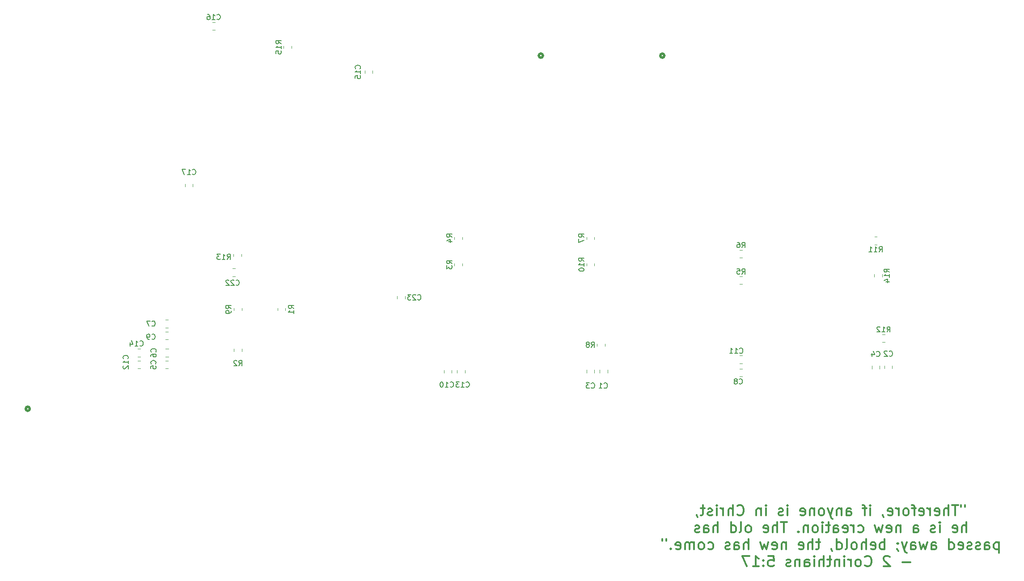
<source format=gbr>
%TF.GenerationSoftware,KiCad,Pcbnew,(6.0.0)*%
%TF.CreationDate,2024-03-23T23:35:02-05:00*%
%TF.ProjectId,MCD,4d43442e-6b69-4636-9164-5f7063625858,rev?*%
%TF.SameCoordinates,Original*%
%TF.FileFunction,Legend,Bot*%
%TF.FilePolarity,Positive*%
%FSLAX46Y46*%
G04 Gerber Fmt 4.6, Leading zero omitted, Abs format (unit mm)*
G04 Created by KiCad (PCBNEW (6.0.0)) date 2024-03-23 23:35:02*
%MOMM*%
%LPD*%
G01*
G04 APERTURE LIST*
%ADD10C,0.300000*%
%ADD11C,0.150000*%
%ADD12C,0.508000*%
%ADD13C,0.120000*%
G04 APERTURE END LIST*
D10*
X286940476Y-171574761D02*
X286940476Y-171955714D01*
X286178571Y-171574761D02*
X286178571Y-171955714D01*
X285607142Y-171574761D02*
X284464285Y-171574761D01*
X285035714Y-173574761D02*
X285035714Y-171574761D01*
X283797619Y-173574761D02*
X283797619Y-171574761D01*
X282940476Y-173574761D02*
X282940476Y-172527142D01*
X283035714Y-172336666D01*
X283226190Y-172241428D01*
X283511904Y-172241428D01*
X283702380Y-172336666D01*
X283797619Y-172431904D01*
X281226190Y-173479523D02*
X281416666Y-173574761D01*
X281797619Y-173574761D01*
X281988095Y-173479523D01*
X282083333Y-173289047D01*
X282083333Y-172527142D01*
X281988095Y-172336666D01*
X281797619Y-172241428D01*
X281416666Y-172241428D01*
X281226190Y-172336666D01*
X281130952Y-172527142D01*
X281130952Y-172717619D01*
X282083333Y-172908095D01*
X280273809Y-173574761D02*
X280273809Y-172241428D01*
X280273809Y-172622380D02*
X280178571Y-172431904D01*
X280083333Y-172336666D01*
X279892857Y-172241428D01*
X279702380Y-172241428D01*
X278273809Y-173479523D02*
X278464285Y-173574761D01*
X278845238Y-173574761D01*
X279035714Y-173479523D01*
X279130952Y-173289047D01*
X279130952Y-172527142D01*
X279035714Y-172336666D01*
X278845238Y-172241428D01*
X278464285Y-172241428D01*
X278273809Y-172336666D01*
X278178571Y-172527142D01*
X278178571Y-172717619D01*
X279130952Y-172908095D01*
X277607142Y-172241428D02*
X276845238Y-172241428D01*
X277321428Y-173574761D02*
X277321428Y-171860476D01*
X277226190Y-171670000D01*
X277035714Y-171574761D01*
X276845238Y-171574761D01*
X275892857Y-173574761D02*
X276083333Y-173479523D01*
X276178571Y-173384285D01*
X276273809Y-173193809D01*
X276273809Y-172622380D01*
X276178571Y-172431904D01*
X276083333Y-172336666D01*
X275892857Y-172241428D01*
X275607142Y-172241428D01*
X275416666Y-172336666D01*
X275321428Y-172431904D01*
X275226190Y-172622380D01*
X275226190Y-173193809D01*
X275321428Y-173384285D01*
X275416666Y-173479523D01*
X275607142Y-173574761D01*
X275892857Y-173574761D01*
X274369047Y-173574761D02*
X274369047Y-172241428D01*
X274369047Y-172622380D02*
X274273809Y-172431904D01*
X274178571Y-172336666D01*
X273988095Y-172241428D01*
X273797619Y-172241428D01*
X272369047Y-173479523D02*
X272559523Y-173574761D01*
X272940476Y-173574761D01*
X273130952Y-173479523D01*
X273226190Y-173289047D01*
X273226190Y-172527142D01*
X273130952Y-172336666D01*
X272940476Y-172241428D01*
X272559523Y-172241428D01*
X272369047Y-172336666D01*
X272273809Y-172527142D01*
X272273809Y-172717619D01*
X273226190Y-172908095D01*
X271321428Y-173479523D02*
X271321428Y-173574761D01*
X271416666Y-173765238D01*
X271511904Y-173860476D01*
X268940476Y-173574761D02*
X268940476Y-172241428D01*
X268940476Y-171574761D02*
X269035714Y-171670000D01*
X268940476Y-171765238D01*
X268845238Y-171670000D01*
X268940476Y-171574761D01*
X268940476Y-171765238D01*
X268273809Y-172241428D02*
X267511904Y-172241428D01*
X267988095Y-173574761D02*
X267988095Y-171860476D01*
X267892857Y-171670000D01*
X267702380Y-171574761D01*
X267511904Y-171574761D01*
X264464285Y-173574761D02*
X264464285Y-172527142D01*
X264559523Y-172336666D01*
X264750000Y-172241428D01*
X265130952Y-172241428D01*
X265321428Y-172336666D01*
X264464285Y-173479523D02*
X264654761Y-173574761D01*
X265130952Y-173574761D01*
X265321428Y-173479523D01*
X265416666Y-173289047D01*
X265416666Y-173098571D01*
X265321428Y-172908095D01*
X265130952Y-172812857D01*
X264654761Y-172812857D01*
X264464285Y-172717619D01*
X263511904Y-172241428D02*
X263511904Y-173574761D01*
X263511904Y-172431904D02*
X263416666Y-172336666D01*
X263226190Y-172241428D01*
X262940476Y-172241428D01*
X262750000Y-172336666D01*
X262654761Y-172527142D01*
X262654761Y-173574761D01*
X261892857Y-172241428D02*
X261416666Y-173574761D01*
X260940476Y-172241428D02*
X261416666Y-173574761D01*
X261607142Y-174050952D01*
X261702380Y-174146190D01*
X261892857Y-174241428D01*
X259892857Y-173574761D02*
X260083333Y-173479523D01*
X260178571Y-173384285D01*
X260273809Y-173193809D01*
X260273809Y-172622380D01*
X260178571Y-172431904D01*
X260083333Y-172336666D01*
X259892857Y-172241428D01*
X259607142Y-172241428D01*
X259416666Y-172336666D01*
X259321428Y-172431904D01*
X259226190Y-172622380D01*
X259226190Y-173193809D01*
X259321428Y-173384285D01*
X259416666Y-173479523D01*
X259607142Y-173574761D01*
X259892857Y-173574761D01*
X258369047Y-172241428D02*
X258369047Y-173574761D01*
X258369047Y-172431904D02*
X258273809Y-172336666D01*
X258083333Y-172241428D01*
X257797619Y-172241428D01*
X257607142Y-172336666D01*
X257511904Y-172527142D01*
X257511904Y-173574761D01*
X255797619Y-173479523D02*
X255988095Y-173574761D01*
X256369047Y-173574761D01*
X256559523Y-173479523D01*
X256654761Y-173289047D01*
X256654761Y-172527142D01*
X256559523Y-172336666D01*
X256369047Y-172241428D01*
X255988095Y-172241428D01*
X255797619Y-172336666D01*
X255702380Y-172527142D01*
X255702380Y-172717619D01*
X256654761Y-172908095D01*
X253321428Y-173574761D02*
X253321428Y-172241428D01*
X253321428Y-171574761D02*
X253416666Y-171670000D01*
X253321428Y-171765238D01*
X253226190Y-171670000D01*
X253321428Y-171574761D01*
X253321428Y-171765238D01*
X252464285Y-173479523D02*
X252273809Y-173574761D01*
X251892857Y-173574761D01*
X251702380Y-173479523D01*
X251607142Y-173289047D01*
X251607142Y-173193809D01*
X251702380Y-173003333D01*
X251892857Y-172908095D01*
X252178571Y-172908095D01*
X252369047Y-172812857D01*
X252464285Y-172622380D01*
X252464285Y-172527142D01*
X252369047Y-172336666D01*
X252178571Y-172241428D01*
X251892857Y-172241428D01*
X251702380Y-172336666D01*
X249226190Y-173574761D02*
X249226190Y-172241428D01*
X249226190Y-171574761D02*
X249321428Y-171670000D01*
X249226190Y-171765238D01*
X249130952Y-171670000D01*
X249226190Y-171574761D01*
X249226190Y-171765238D01*
X248273809Y-172241428D02*
X248273809Y-173574761D01*
X248273809Y-172431904D02*
X248178571Y-172336666D01*
X247988095Y-172241428D01*
X247702380Y-172241428D01*
X247511904Y-172336666D01*
X247416666Y-172527142D01*
X247416666Y-173574761D01*
X243797619Y-173384285D02*
X243892857Y-173479523D01*
X244178571Y-173574761D01*
X244369047Y-173574761D01*
X244654761Y-173479523D01*
X244845238Y-173289047D01*
X244940476Y-173098571D01*
X245035714Y-172717619D01*
X245035714Y-172431904D01*
X244940476Y-172050952D01*
X244845238Y-171860476D01*
X244654761Y-171670000D01*
X244369047Y-171574761D01*
X244178571Y-171574761D01*
X243892857Y-171670000D01*
X243797619Y-171765238D01*
X242940476Y-173574761D02*
X242940476Y-171574761D01*
X242083333Y-173574761D02*
X242083333Y-172527142D01*
X242178571Y-172336666D01*
X242369047Y-172241428D01*
X242654761Y-172241428D01*
X242845238Y-172336666D01*
X242940476Y-172431904D01*
X241130952Y-173574761D02*
X241130952Y-172241428D01*
X241130952Y-172622380D02*
X241035714Y-172431904D01*
X240940476Y-172336666D01*
X240750000Y-172241428D01*
X240559523Y-172241428D01*
X239892857Y-173574761D02*
X239892857Y-172241428D01*
X239892857Y-171574761D02*
X239988095Y-171670000D01*
X239892857Y-171765238D01*
X239797619Y-171670000D01*
X239892857Y-171574761D01*
X239892857Y-171765238D01*
X239035714Y-173479523D02*
X238845238Y-173574761D01*
X238464285Y-173574761D01*
X238273809Y-173479523D01*
X238178571Y-173289047D01*
X238178571Y-173193809D01*
X238273809Y-173003333D01*
X238464285Y-172908095D01*
X238750000Y-172908095D01*
X238940476Y-172812857D01*
X239035714Y-172622380D01*
X239035714Y-172527142D01*
X238940476Y-172336666D01*
X238750000Y-172241428D01*
X238464285Y-172241428D01*
X238273809Y-172336666D01*
X237607142Y-172241428D02*
X236845238Y-172241428D01*
X237321428Y-171574761D02*
X237321428Y-173289047D01*
X237226190Y-173479523D01*
X237035714Y-173574761D01*
X236845238Y-173574761D01*
X236083333Y-173479523D02*
X236083333Y-173574761D01*
X236178571Y-173765238D01*
X236273809Y-173860476D01*
X287178571Y-176794761D02*
X287178571Y-174794761D01*
X286321428Y-176794761D02*
X286321428Y-175747142D01*
X286416666Y-175556666D01*
X286607142Y-175461428D01*
X286892857Y-175461428D01*
X287083333Y-175556666D01*
X287178571Y-175651904D01*
X284607142Y-176699523D02*
X284797619Y-176794761D01*
X285178571Y-176794761D01*
X285369047Y-176699523D01*
X285464285Y-176509047D01*
X285464285Y-175747142D01*
X285369047Y-175556666D01*
X285178571Y-175461428D01*
X284797619Y-175461428D01*
X284607142Y-175556666D01*
X284511904Y-175747142D01*
X284511904Y-175937619D01*
X285464285Y-176128095D01*
X282130952Y-176794761D02*
X282130952Y-175461428D01*
X282130952Y-174794761D02*
X282226190Y-174890000D01*
X282130952Y-174985238D01*
X282035714Y-174890000D01*
X282130952Y-174794761D01*
X282130952Y-174985238D01*
X281273809Y-176699523D02*
X281083333Y-176794761D01*
X280702380Y-176794761D01*
X280511904Y-176699523D01*
X280416666Y-176509047D01*
X280416666Y-176413809D01*
X280511904Y-176223333D01*
X280702380Y-176128095D01*
X280988095Y-176128095D01*
X281178571Y-176032857D01*
X281273809Y-175842380D01*
X281273809Y-175747142D01*
X281178571Y-175556666D01*
X280988095Y-175461428D01*
X280702380Y-175461428D01*
X280511904Y-175556666D01*
X277178571Y-176794761D02*
X277178571Y-175747142D01*
X277273809Y-175556666D01*
X277464285Y-175461428D01*
X277845238Y-175461428D01*
X278035714Y-175556666D01*
X277178571Y-176699523D02*
X277369047Y-176794761D01*
X277845238Y-176794761D01*
X278035714Y-176699523D01*
X278130952Y-176509047D01*
X278130952Y-176318571D01*
X278035714Y-176128095D01*
X277845238Y-176032857D01*
X277369047Y-176032857D01*
X277178571Y-175937619D01*
X274702380Y-175461428D02*
X274702380Y-176794761D01*
X274702380Y-175651904D02*
X274607142Y-175556666D01*
X274416666Y-175461428D01*
X274130952Y-175461428D01*
X273940476Y-175556666D01*
X273845238Y-175747142D01*
X273845238Y-176794761D01*
X272130952Y-176699523D02*
X272321428Y-176794761D01*
X272702380Y-176794761D01*
X272892857Y-176699523D01*
X272988095Y-176509047D01*
X272988095Y-175747142D01*
X272892857Y-175556666D01*
X272702380Y-175461428D01*
X272321428Y-175461428D01*
X272130952Y-175556666D01*
X272035714Y-175747142D01*
X272035714Y-175937619D01*
X272988095Y-176128095D01*
X271369047Y-175461428D02*
X270988095Y-176794761D01*
X270607142Y-175842380D01*
X270226190Y-176794761D01*
X269845238Y-175461428D01*
X266702380Y-176699523D02*
X266892857Y-176794761D01*
X267273809Y-176794761D01*
X267464285Y-176699523D01*
X267559523Y-176604285D01*
X267654761Y-176413809D01*
X267654761Y-175842380D01*
X267559523Y-175651904D01*
X267464285Y-175556666D01*
X267273809Y-175461428D01*
X266892857Y-175461428D01*
X266702380Y-175556666D01*
X265845238Y-176794761D02*
X265845238Y-175461428D01*
X265845238Y-175842380D02*
X265750000Y-175651904D01*
X265654761Y-175556666D01*
X265464285Y-175461428D01*
X265273809Y-175461428D01*
X263845238Y-176699523D02*
X264035714Y-176794761D01*
X264416666Y-176794761D01*
X264607142Y-176699523D01*
X264702380Y-176509047D01*
X264702380Y-175747142D01*
X264607142Y-175556666D01*
X264416666Y-175461428D01*
X264035714Y-175461428D01*
X263845238Y-175556666D01*
X263750000Y-175747142D01*
X263750000Y-175937619D01*
X264702380Y-176128095D01*
X262035714Y-176794761D02*
X262035714Y-175747142D01*
X262130952Y-175556666D01*
X262321428Y-175461428D01*
X262702380Y-175461428D01*
X262892857Y-175556666D01*
X262035714Y-176699523D02*
X262226190Y-176794761D01*
X262702380Y-176794761D01*
X262892857Y-176699523D01*
X262988095Y-176509047D01*
X262988095Y-176318571D01*
X262892857Y-176128095D01*
X262702380Y-176032857D01*
X262226190Y-176032857D01*
X262035714Y-175937619D01*
X261369047Y-175461428D02*
X260607142Y-175461428D01*
X261083333Y-174794761D02*
X261083333Y-176509047D01*
X260988095Y-176699523D01*
X260797619Y-176794761D01*
X260607142Y-176794761D01*
X259940476Y-176794761D02*
X259940476Y-175461428D01*
X259940476Y-174794761D02*
X260035714Y-174890000D01*
X259940476Y-174985238D01*
X259845238Y-174890000D01*
X259940476Y-174794761D01*
X259940476Y-174985238D01*
X258702380Y-176794761D02*
X258892857Y-176699523D01*
X258988095Y-176604285D01*
X259083333Y-176413809D01*
X259083333Y-175842380D01*
X258988095Y-175651904D01*
X258892857Y-175556666D01*
X258702380Y-175461428D01*
X258416666Y-175461428D01*
X258226190Y-175556666D01*
X258130952Y-175651904D01*
X258035714Y-175842380D01*
X258035714Y-176413809D01*
X258130952Y-176604285D01*
X258226190Y-176699523D01*
X258416666Y-176794761D01*
X258702380Y-176794761D01*
X257178571Y-175461428D02*
X257178571Y-176794761D01*
X257178571Y-175651904D02*
X257083333Y-175556666D01*
X256892857Y-175461428D01*
X256607142Y-175461428D01*
X256416666Y-175556666D01*
X256321428Y-175747142D01*
X256321428Y-176794761D01*
X255369047Y-176604285D02*
X255273809Y-176699523D01*
X255369047Y-176794761D01*
X255464285Y-176699523D01*
X255369047Y-176604285D01*
X255369047Y-176794761D01*
X253178571Y-174794761D02*
X252035714Y-174794761D01*
X252607142Y-176794761D02*
X252607142Y-174794761D01*
X251369047Y-176794761D02*
X251369047Y-174794761D01*
X250511904Y-176794761D02*
X250511904Y-175747142D01*
X250607142Y-175556666D01*
X250797619Y-175461428D01*
X251083333Y-175461428D01*
X251273809Y-175556666D01*
X251369047Y-175651904D01*
X248797619Y-176699523D02*
X248988095Y-176794761D01*
X249369047Y-176794761D01*
X249559523Y-176699523D01*
X249654761Y-176509047D01*
X249654761Y-175747142D01*
X249559523Y-175556666D01*
X249369047Y-175461428D01*
X248988095Y-175461428D01*
X248797619Y-175556666D01*
X248702380Y-175747142D01*
X248702380Y-175937619D01*
X249654761Y-176128095D01*
X246035714Y-176794761D02*
X246226190Y-176699523D01*
X246321428Y-176604285D01*
X246416666Y-176413809D01*
X246416666Y-175842380D01*
X246321428Y-175651904D01*
X246226190Y-175556666D01*
X246035714Y-175461428D01*
X245750000Y-175461428D01*
X245559523Y-175556666D01*
X245464285Y-175651904D01*
X245369047Y-175842380D01*
X245369047Y-176413809D01*
X245464285Y-176604285D01*
X245559523Y-176699523D01*
X245750000Y-176794761D01*
X246035714Y-176794761D01*
X244226190Y-176794761D02*
X244416666Y-176699523D01*
X244511904Y-176509047D01*
X244511904Y-174794761D01*
X242607142Y-176794761D02*
X242607142Y-174794761D01*
X242607142Y-176699523D02*
X242797619Y-176794761D01*
X243178571Y-176794761D01*
X243369047Y-176699523D01*
X243464285Y-176604285D01*
X243559523Y-176413809D01*
X243559523Y-175842380D01*
X243464285Y-175651904D01*
X243369047Y-175556666D01*
X243178571Y-175461428D01*
X242797619Y-175461428D01*
X242607142Y-175556666D01*
X240130952Y-176794761D02*
X240130952Y-174794761D01*
X239273809Y-176794761D02*
X239273809Y-175747142D01*
X239369047Y-175556666D01*
X239559523Y-175461428D01*
X239845238Y-175461428D01*
X240035714Y-175556666D01*
X240130952Y-175651904D01*
X237464285Y-176794761D02*
X237464285Y-175747142D01*
X237559523Y-175556666D01*
X237750000Y-175461428D01*
X238130952Y-175461428D01*
X238321428Y-175556666D01*
X237464285Y-176699523D02*
X237654761Y-176794761D01*
X238130952Y-176794761D01*
X238321428Y-176699523D01*
X238416666Y-176509047D01*
X238416666Y-176318571D01*
X238321428Y-176128095D01*
X238130952Y-176032857D01*
X237654761Y-176032857D01*
X237464285Y-175937619D01*
X236607142Y-176699523D02*
X236416666Y-176794761D01*
X236035714Y-176794761D01*
X235845238Y-176699523D01*
X235750000Y-176509047D01*
X235750000Y-176413809D01*
X235845238Y-176223333D01*
X236035714Y-176128095D01*
X236321428Y-176128095D01*
X236511904Y-176032857D01*
X236607142Y-175842380D01*
X236607142Y-175747142D01*
X236511904Y-175556666D01*
X236321428Y-175461428D01*
X236035714Y-175461428D01*
X235845238Y-175556666D01*
X293321428Y-178681428D02*
X293321428Y-180681428D01*
X293321428Y-178776666D02*
X293130952Y-178681428D01*
X292750000Y-178681428D01*
X292559523Y-178776666D01*
X292464285Y-178871904D01*
X292369047Y-179062380D01*
X292369047Y-179633809D01*
X292464285Y-179824285D01*
X292559523Y-179919523D01*
X292750000Y-180014761D01*
X293130952Y-180014761D01*
X293321428Y-179919523D01*
X290654761Y-180014761D02*
X290654761Y-178967142D01*
X290750000Y-178776666D01*
X290940476Y-178681428D01*
X291321428Y-178681428D01*
X291511904Y-178776666D01*
X290654761Y-179919523D02*
X290845238Y-180014761D01*
X291321428Y-180014761D01*
X291511904Y-179919523D01*
X291607142Y-179729047D01*
X291607142Y-179538571D01*
X291511904Y-179348095D01*
X291321428Y-179252857D01*
X290845238Y-179252857D01*
X290654761Y-179157619D01*
X289797619Y-179919523D02*
X289607142Y-180014761D01*
X289226190Y-180014761D01*
X289035714Y-179919523D01*
X288940476Y-179729047D01*
X288940476Y-179633809D01*
X289035714Y-179443333D01*
X289226190Y-179348095D01*
X289511904Y-179348095D01*
X289702380Y-179252857D01*
X289797619Y-179062380D01*
X289797619Y-178967142D01*
X289702380Y-178776666D01*
X289511904Y-178681428D01*
X289226190Y-178681428D01*
X289035714Y-178776666D01*
X288178571Y-179919523D02*
X287988095Y-180014761D01*
X287607142Y-180014761D01*
X287416666Y-179919523D01*
X287321428Y-179729047D01*
X287321428Y-179633809D01*
X287416666Y-179443333D01*
X287607142Y-179348095D01*
X287892857Y-179348095D01*
X288083333Y-179252857D01*
X288178571Y-179062380D01*
X288178571Y-178967142D01*
X288083333Y-178776666D01*
X287892857Y-178681428D01*
X287607142Y-178681428D01*
X287416666Y-178776666D01*
X285702380Y-179919523D02*
X285892857Y-180014761D01*
X286273809Y-180014761D01*
X286464285Y-179919523D01*
X286559523Y-179729047D01*
X286559523Y-178967142D01*
X286464285Y-178776666D01*
X286273809Y-178681428D01*
X285892857Y-178681428D01*
X285702380Y-178776666D01*
X285607142Y-178967142D01*
X285607142Y-179157619D01*
X286559523Y-179348095D01*
X283892857Y-180014761D02*
X283892857Y-178014761D01*
X283892857Y-179919523D02*
X284083333Y-180014761D01*
X284464285Y-180014761D01*
X284654761Y-179919523D01*
X284750000Y-179824285D01*
X284845238Y-179633809D01*
X284845238Y-179062380D01*
X284750000Y-178871904D01*
X284654761Y-178776666D01*
X284464285Y-178681428D01*
X284083333Y-178681428D01*
X283892857Y-178776666D01*
X280559523Y-180014761D02*
X280559523Y-178967142D01*
X280654761Y-178776666D01*
X280845238Y-178681428D01*
X281226190Y-178681428D01*
X281416666Y-178776666D01*
X280559523Y-179919523D02*
X280750000Y-180014761D01*
X281226190Y-180014761D01*
X281416666Y-179919523D01*
X281511904Y-179729047D01*
X281511904Y-179538571D01*
X281416666Y-179348095D01*
X281226190Y-179252857D01*
X280750000Y-179252857D01*
X280559523Y-179157619D01*
X279797619Y-178681428D02*
X279416666Y-180014761D01*
X279035714Y-179062380D01*
X278654761Y-180014761D01*
X278273809Y-178681428D01*
X276654761Y-180014761D02*
X276654761Y-178967142D01*
X276750000Y-178776666D01*
X276940476Y-178681428D01*
X277321428Y-178681428D01*
X277511904Y-178776666D01*
X276654761Y-179919523D02*
X276845238Y-180014761D01*
X277321428Y-180014761D01*
X277511904Y-179919523D01*
X277607142Y-179729047D01*
X277607142Y-179538571D01*
X277511904Y-179348095D01*
X277321428Y-179252857D01*
X276845238Y-179252857D01*
X276654761Y-179157619D01*
X275892857Y-178681428D02*
X275416666Y-180014761D01*
X274940476Y-178681428D02*
X275416666Y-180014761D01*
X275607142Y-180490952D01*
X275702380Y-180586190D01*
X275892857Y-180681428D01*
X274083333Y-179919523D02*
X274083333Y-180014761D01*
X274178571Y-180205238D01*
X274273809Y-180300476D01*
X274178571Y-178776666D02*
X274083333Y-178871904D01*
X274178571Y-178967142D01*
X274273809Y-178871904D01*
X274178571Y-178776666D01*
X274178571Y-178967142D01*
X271702380Y-180014761D02*
X271702380Y-178014761D01*
X271702380Y-178776666D02*
X271511904Y-178681428D01*
X271130952Y-178681428D01*
X270940476Y-178776666D01*
X270845238Y-178871904D01*
X270750000Y-179062380D01*
X270750000Y-179633809D01*
X270845238Y-179824285D01*
X270940476Y-179919523D01*
X271130952Y-180014761D01*
X271511904Y-180014761D01*
X271702380Y-179919523D01*
X269130952Y-179919523D02*
X269321428Y-180014761D01*
X269702380Y-180014761D01*
X269892857Y-179919523D01*
X269988095Y-179729047D01*
X269988095Y-178967142D01*
X269892857Y-178776666D01*
X269702380Y-178681428D01*
X269321428Y-178681428D01*
X269130952Y-178776666D01*
X269035714Y-178967142D01*
X269035714Y-179157619D01*
X269988095Y-179348095D01*
X268178571Y-180014761D02*
X268178571Y-178014761D01*
X267321428Y-180014761D02*
X267321428Y-178967142D01*
X267416666Y-178776666D01*
X267607142Y-178681428D01*
X267892857Y-178681428D01*
X268083333Y-178776666D01*
X268178571Y-178871904D01*
X266083333Y-180014761D02*
X266273809Y-179919523D01*
X266369047Y-179824285D01*
X266464285Y-179633809D01*
X266464285Y-179062380D01*
X266369047Y-178871904D01*
X266273809Y-178776666D01*
X266083333Y-178681428D01*
X265797619Y-178681428D01*
X265607142Y-178776666D01*
X265511904Y-178871904D01*
X265416666Y-179062380D01*
X265416666Y-179633809D01*
X265511904Y-179824285D01*
X265607142Y-179919523D01*
X265797619Y-180014761D01*
X266083333Y-180014761D01*
X264273809Y-180014761D02*
X264464285Y-179919523D01*
X264559523Y-179729047D01*
X264559523Y-178014761D01*
X262654761Y-180014761D02*
X262654761Y-178014761D01*
X262654761Y-179919523D02*
X262845238Y-180014761D01*
X263226190Y-180014761D01*
X263416666Y-179919523D01*
X263511904Y-179824285D01*
X263607142Y-179633809D01*
X263607142Y-179062380D01*
X263511904Y-178871904D01*
X263416666Y-178776666D01*
X263226190Y-178681428D01*
X262845238Y-178681428D01*
X262654761Y-178776666D01*
X261607142Y-179919523D02*
X261607142Y-180014761D01*
X261702380Y-180205238D01*
X261797619Y-180300476D01*
X259511904Y-178681428D02*
X258750000Y-178681428D01*
X259226190Y-178014761D02*
X259226190Y-179729047D01*
X259130952Y-179919523D01*
X258940476Y-180014761D01*
X258750000Y-180014761D01*
X258083333Y-180014761D02*
X258083333Y-178014761D01*
X257226190Y-180014761D02*
X257226190Y-178967142D01*
X257321428Y-178776666D01*
X257511904Y-178681428D01*
X257797619Y-178681428D01*
X257988095Y-178776666D01*
X258083333Y-178871904D01*
X255511904Y-179919523D02*
X255702380Y-180014761D01*
X256083333Y-180014761D01*
X256273809Y-179919523D01*
X256369047Y-179729047D01*
X256369047Y-178967142D01*
X256273809Y-178776666D01*
X256083333Y-178681428D01*
X255702380Y-178681428D01*
X255511904Y-178776666D01*
X255416666Y-178967142D01*
X255416666Y-179157619D01*
X256369047Y-179348095D01*
X253035714Y-178681428D02*
X253035714Y-180014761D01*
X253035714Y-178871904D02*
X252940476Y-178776666D01*
X252750000Y-178681428D01*
X252464285Y-178681428D01*
X252273809Y-178776666D01*
X252178571Y-178967142D01*
X252178571Y-180014761D01*
X250464285Y-179919523D02*
X250654761Y-180014761D01*
X251035714Y-180014761D01*
X251226190Y-179919523D01*
X251321428Y-179729047D01*
X251321428Y-178967142D01*
X251226190Y-178776666D01*
X251035714Y-178681428D01*
X250654761Y-178681428D01*
X250464285Y-178776666D01*
X250369047Y-178967142D01*
X250369047Y-179157619D01*
X251321428Y-179348095D01*
X249702380Y-178681428D02*
X249321428Y-180014761D01*
X248940476Y-179062380D01*
X248559523Y-180014761D01*
X248178571Y-178681428D01*
X245892857Y-180014761D02*
X245892857Y-178014761D01*
X245035714Y-180014761D02*
X245035714Y-178967142D01*
X245130952Y-178776666D01*
X245321428Y-178681428D01*
X245607142Y-178681428D01*
X245797619Y-178776666D01*
X245892857Y-178871904D01*
X243226190Y-180014761D02*
X243226190Y-178967142D01*
X243321428Y-178776666D01*
X243511904Y-178681428D01*
X243892857Y-178681428D01*
X244083333Y-178776666D01*
X243226190Y-179919523D02*
X243416666Y-180014761D01*
X243892857Y-180014761D01*
X244083333Y-179919523D01*
X244178571Y-179729047D01*
X244178571Y-179538571D01*
X244083333Y-179348095D01*
X243892857Y-179252857D01*
X243416666Y-179252857D01*
X243226190Y-179157619D01*
X242369047Y-179919523D02*
X242178571Y-180014761D01*
X241797619Y-180014761D01*
X241607142Y-179919523D01*
X241511904Y-179729047D01*
X241511904Y-179633809D01*
X241607142Y-179443333D01*
X241797619Y-179348095D01*
X242083333Y-179348095D01*
X242273809Y-179252857D01*
X242369047Y-179062380D01*
X242369047Y-178967142D01*
X242273809Y-178776666D01*
X242083333Y-178681428D01*
X241797619Y-178681428D01*
X241607142Y-178776666D01*
X238273809Y-179919523D02*
X238464285Y-180014761D01*
X238845238Y-180014761D01*
X239035714Y-179919523D01*
X239130952Y-179824285D01*
X239226190Y-179633809D01*
X239226190Y-179062380D01*
X239130952Y-178871904D01*
X239035714Y-178776666D01*
X238845238Y-178681428D01*
X238464285Y-178681428D01*
X238273809Y-178776666D01*
X237130952Y-180014761D02*
X237321428Y-179919523D01*
X237416666Y-179824285D01*
X237511904Y-179633809D01*
X237511904Y-179062380D01*
X237416666Y-178871904D01*
X237321428Y-178776666D01*
X237130952Y-178681428D01*
X236845238Y-178681428D01*
X236654761Y-178776666D01*
X236559523Y-178871904D01*
X236464285Y-179062380D01*
X236464285Y-179633809D01*
X236559523Y-179824285D01*
X236654761Y-179919523D01*
X236845238Y-180014761D01*
X237130952Y-180014761D01*
X235607142Y-180014761D02*
X235607142Y-178681428D01*
X235607142Y-178871904D02*
X235511904Y-178776666D01*
X235321428Y-178681428D01*
X235035714Y-178681428D01*
X234845238Y-178776666D01*
X234750000Y-178967142D01*
X234750000Y-180014761D01*
X234750000Y-178967142D02*
X234654761Y-178776666D01*
X234464285Y-178681428D01*
X234178571Y-178681428D01*
X233988095Y-178776666D01*
X233892857Y-178967142D01*
X233892857Y-180014761D01*
X232178571Y-179919523D02*
X232369047Y-180014761D01*
X232750000Y-180014761D01*
X232940476Y-179919523D01*
X233035714Y-179729047D01*
X233035714Y-178967142D01*
X232940476Y-178776666D01*
X232750000Y-178681428D01*
X232369047Y-178681428D01*
X232178571Y-178776666D01*
X232083333Y-178967142D01*
X232083333Y-179157619D01*
X233035714Y-179348095D01*
X231226190Y-179824285D02*
X231130952Y-179919523D01*
X231226190Y-180014761D01*
X231321428Y-179919523D01*
X231226190Y-179824285D01*
X231226190Y-180014761D01*
X230369047Y-178014761D02*
X230369047Y-178395714D01*
X229607142Y-178014761D02*
X229607142Y-178395714D01*
X276559523Y-182472857D02*
X275035714Y-182472857D01*
X272654761Y-181425238D02*
X272559523Y-181330000D01*
X272369047Y-181234761D01*
X271892857Y-181234761D01*
X271702380Y-181330000D01*
X271607142Y-181425238D01*
X271511904Y-181615714D01*
X271511904Y-181806190D01*
X271607142Y-182091904D01*
X272750000Y-183234761D01*
X271511904Y-183234761D01*
X267988095Y-183044285D02*
X268083333Y-183139523D01*
X268369047Y-183234761D01*
X268559523Y-183234761D01*
X268845238Y-183139523D01*
X269035714Y-182949047D01*
X269130952Y-182758571D01*
X269226190Y-182377619D01*
X269226190Y-182091904D01*
X269130952Y-181710952D01*
X269035714Y-181520476D01*
X268845238Y-181330000D01*
X268559523Y-181234761D01*
X268369047Y-181234761D01*
X268083333Y-181330000D01*
X267988095Y-181425238D01*
X266845238Y-183234761D02*
X267035714Y-183139523D01*
X267130952Y-183044285D01*
X267226190Y-182853809D01*
X267226190Y-182282380D01*
X267130952Y-182091904D01*
X267035714Y-181996666D01*
X266845238Y-181901428D01*
X266559523Y-181901428D01*
X266369047Y-181996666D01*
X266273809Y-182091904D01*
X266178571Y-182282380D01*
X266178571Y-182853809D01*
X266273809Y-183044285D01*
X266369047Y-183139523D01*
X266559523Y-183234761D01*
X266845238Y-183234761D01*
X265321428Y-183234761D02*
X265321428Y-181901428D01*
X265321428Y-182282380D02*
X265226190Y-182091904D01*
X265130952Y-181996666D01*
X264940476Y-181901428D01*
X264750000Y-181901428D01*
X264083333Y-183234761D02*
X264083333Y-181901428D01*
X264083333Y-181234761D02*
X264178571Y-181330000D01*
X264083333Y-181425238D01*
X263988095Y-181330000D01*
X264083333Y-181234761D01*
X264083333Y-181425238D01*
X263130952Y-181901428D02*
X263130952Y-183234761D01*
X263130952Y-182091904D02*
X263035714Y-181996666D01*
X262845238Y-181901428D01*
X262559523Y-181901428D01*
X262369047Y-181996666D01*
X262273809Y-182187142D01*
X262273809Y-183234761D01*
X261607142Y-181901428D02*
X260845238Y-181901428D01*
X261321428Y-181234761D02*
X261321428Y-182949047D01*
X261226190Y-183139523D01*
X261035714Y-183234761D01*
X260845238Y-183234761D01*
X260178571Y-183234761D02*
X260178571Y-181234761D01*
X259321428Y-183234761D02*
X259321428Y-182187142D01*
X259416666Y-181996666D01*
X259607142Y-181901428D01*
X259892857Y-181901428D01*
X260083333Y-181996666D01*
X260178571Y-182091904D01*
X258369047Y-183234761D02*
X258369047Y-181901428D01*
X258369047Y-181234761D02*
X258464285Y-181330000D01*
X258369047Y-181425238D01*
X258273809Y-181330000D01*
X258369047Y-181234761D01*
X258369047Y-181425238D01*
X256559523Y-183234761D02*
X256559523Y-182187142D01*
X256654761Y-181996666D01*
X256845238Y-181901428D01*
X257226190Y-181901428D01*
X257416666Y-181996666D01*
X256559523Y-183139523D02*
X256750000Y-183234761D01*
X257226190Y-183234761D01*
X257416666Y-183139523D01*
X257511904Y-182949047D01*
X257511904Y-182758571D01*
X257416666Y-182568095D01*
X257226190Y-182472857D01*
X256750000Y-182472857D01*
X256559523Y-182377619D01*
X255607142Y-181901428D02*
X255607142Y-183234761D01*
X255607142Y-182091904D02*
X255511904Y-181996666D01*
X255321428Y-181901428D01*
X255035714Y-181901428D01*
X254845238Y-181996666D01*
X254750000Y-182187142D01*
X254750000Y-183234761D01*
X253892857Y-183139523D02*
X253702380Y-183234761D01*
X253321428Y-183234761D01*
X253130952Y-183139523D01*
X253035714Y-182949047D01*
X253035714Y-182853809D01*
X253130952Y-182663333D01*
X253321428Y-182568095D01*
X253607142Y-182568095D01*
X253797619Y-182472857D01*
X253892857Y-182282380D01*
X253892857Y-182187142D01*
X253797619Y-181996666D01*
X253607142Y-181901428D01*
X253321428Y-181901428D01*
X253130952Y-181996666D01*
X249702380Y-181234761D02*
X250654761Y-181234761D01*
X250750000Y-182187142D01*
X250654761Y-182091904D01*
X250464285Y-181996666D01*
X249988095Y-181996666D01*
X249797619Y-182091904D01*
X249702380Y-182187142D01*
X249607142Y-182377619D01*
X249607142Y-182853809D01*
X249702380Y-183044285D01*
X249797619Y-183139523D01*
X249988095Y-183234761D01*
X250464285Y-183234761D01*
X250654761Y-183139523D01*
X250750000Y-183044285D01*
X248750000Y-183044285D02*
X248654761Y-183139523D01*
X248750000Y-183234761D01*
X248845238Y-183139523D01*
X248750000Y-183044285D01*
X248750000Y-183234761D01*
X248750000Y-181996666D02*
X248654761Y-182091904D01*
X248750000Y-182187142D01*
X248845238Y-182091904D01*
X248750000Y-181996666D01*
X248750000Y-182187142D01*
X246750000Y-183234761D02*
X247892857Y-183234761D01*
X247321428Y-183234761D02*
X247321428Y-181234761D01*
X247511904Y-181520476D01*
X247702380Y-181710952D01*
X247892857Y-181806190D01*
X246083333Y-181234761D02*
X244750000Y-181234761D01*
X245607142Y-183234761D01*
D11*
%TO.C,R11*%
X270642857Y-123602380D02*
X270976190Y-123126190D01*
X271214285Y-123602380D02*
X271214285Y-122602380D01*
X270833333Y-122602380D01*
X270738095Y-122650000D01*
X270690476Y-122697619D01*
X270642857Y-122792857D01*
X270642857Y-122935714D01*
X270690476Y-123030952D01*
X270738095Y-123078571D01*
X270833333Y-123126190D01*
X271214285Y-123126190D01*
X269690476Y-123602380D02*
X270261904Y-123602380D01*
X269976190Y-123602380D02*
X269976190Y-122602380D01*
X270071428Y-122745238D01*
X270166666Y-122840476D01*
X270261904Y-122888095D01*
X268738095Y-123602380D02*
X269309523Y-123602380D01*
X269023809Y-123602380D02*
X269023809Y-122602380D01*
X269119047Y-122745238D01*
X269214285Y-122840476D01*
X269309523Y-122888095D01*
%TO.C,R5*%
X244666666Y-127802380D02*
X245000000Y-127326190D01*
X245238095Y-127802380D02*
X245238095Y-126802380D01*
X244857142Y-126802380D01*
X244761904Y-126850000D01*
X244714285Y-126897619D01*
X244666666Y-126992857D01*
X244666666Y-127135714D01*
X244714285Y-127230952D01*
X244761904Y-127278571D01*
X244857142Y-127326190D01*
X245238095Y-127326190D01*
X243761904Y-126802380D02*
X244238095Y-126802380D01*
X244285714Y-127278571D01*
X244238095Y-127230952D01*
X244142857Y-127183333D01*
X243904761Y-127183333D01*
X243809523Y-127230952D01*
X243761904Y-127278571D01*
X243714285Y-127373809D01*
X243714285Y-127611904D01*
X243761904Y-127707142D01*
X243809523Y-127754761D01*
X243904761Y-127802380D01*
X244142857Y-127802380D01*
X244238095Y-127754761D01*
X244285714Y-127707142D01*
%TO.C,C3*%
X216166666Y-149357142D02*
X216214285Y-149404761D01*
X216357142Y-149452380D01*
X216452380Y-149452380D01*
X216595238Y-149404761D01*
X216690476Y-149309523D01*
X216738095Y-149214285D01*
X216785714Y-149023809D01*
X216785714Y-148880952D01*
X216738095Y-148690476D01*
X216690476Y-148595238D01*
X216595238Y-148500000D01*
X216452380Y-148452380D01*
X216357142Y-148452380D01*
X216214285Y-148500000D01*
X216166666Y-148547619D01*
X215833333Y-148452380D02*
X215214285Y-148452380D01*
X215547619Y-148833333D01*
X215404761Y-148833333D01*
X215309523Y-148880952D01*
X215261904Y-148928571D01*
X215214285Y-149023809D01*
X215214285Y-149261904D01*
X215261904Y-149357142D01*
X215309523Y-149404761D01*
X215404761Y-149452380D01*
X215690476Y-149452380D01*
X215785714Y-149404761D01*
X215833333Y-149357142D01*
%TO.C,R1*%
X159852380Y-134333333D02*
X159376190Y-134000000D01*
X159852380Y-133761904D02*
X158852380Y-133761904D01*
X158852380Y-134142857D01*
X158900000Y-134238095D01*
X158947619Y-134285714D01*
X159042857Y-134333333D01*
X159185714Y-134333333D01*
X159280952Y-134285714D01*
X159328571Y-134238095D01*
X159376190Y-134142857D01*
X159376190Y-133761904D01*
X159852380Y-135285714D02*
X159852380Y-134714285D01*
X159852380Y-135000000D02*
X158852380Y-135000000D01*
X158995238Y-134904761D01*
X159090476Y-134809523D01*
X159138095Y-134714285D01*
%TO.C,C6*%
X133679642Y-142583333D02*
X133727261Y-142535714D01*
X133774880Y-142392857D01*
X133774880Y-142297619D01*
X133727261Y-142154761D01*
X133632023Y-142059523D01*
X133536785Y-142011904D01*
X133346309Y-141964285D01*
X133203452Y-141964285D01*
X133012976Y-142011904D01*
X132917738Y-142059523D01*
X132822500Y-142154761D01*
X132774880Y-142297619D01*
X132774880Y-142392857D01*
X132822500Y-142535714D01*
X132870119Y-142583333D01*
X132774880Y-143440476D02*
X132774880Y-143250000D01*
X132822500Y-143154761D01*
X132870119Y-143107142D01*
X133012976Y-143011904D01*
X133203452Y-142964285D01*
X133584404Y-142964285D01*
X133679642Y-143011904D01*
X133727261Y-143059523D01*
X133774880Y-143154761D01*
X133774880Y-143345238D01*
X133727261Y-143440476D01*
X133679642Y-143488095D01*
X133584404Y-143535714D01*
X133346309Y-143535714D01*
X133251071Y-143488095D01*
X133203452Y-143440476D01*
X133155833Y-143345238D01*
X133155833Y-143154761D01*
X133203452Y-143059523D01*
X133251071Y-143011904D01*
X133346309Y-142964285D01*
%TO.C,R15*%
X157452380Y-84157142D02*
X156976190Y-83823809D01*
X157452380Y-83585714D02*
X156452380Y-83585714D01*
X156452380Y-83966666D01*
X156500000Y-84061904D01*
X156547619Y-84109523D01*
X156642857Y-84157142D01*
X156785714Y-84157142D01*
X156880952Y-84109523D01*
X156928571Y-84061904D01*
X156976190Y-83966666D01*
X156976190Y-83585714D01*
X157452380Y-85109523D02*
X157452380Y-84538095D01*
X157452380Y-84823809D02*
X156452380Y-84823809D01*
X156595238Y-84728571D01*
X156690476Y-84633333D01*
X156738095Y-84538095D01*
X156452380Y-86014285D02*
X156452380Y-85538095D01*
X156928571Y-85490476D01*
X156880952Y-85538095D01*
X156833333Y-85633333D01*
X156833333Y-85871428D01*
X156880952Y-85966666D01*
X156928571Y-86014285D01*
X157023809Y-86061904D01*
X157261904Y-86061904D01*
X157357142Y-86014285D01*
X157404761Y-85966666D01*
X157452380Y-85871428D01*
X157452380Y-85633333D01*
X157404761Y-85538095D01*
X157357142Y-85490476D01*
%TO.C,R14*%
X272602380Y-127457142D02*
X272126190Y-127123809D01*
X272602380Y-126885714D02*
X271602380Y-126885714D01*
X271602380Y-127266666D01*
X271650000Y-127361904D01*
X271697619Y-127409523D01*
X271792857Y-127457142D01*
X271935714Y-127457142D01*
X272030952Y-127409523D01*
X272078571Y-127361904D01*
X272126190Y-127266666D01*
X272126190Y-126885714D01*
X272602380Y-128409523D02*
X272602380Y-127838095D01*
X272602380Y-128123809D02*
X271602380Y-128123809D01*
X271745238Y-128028571D01*
X271840476Y-127933333D01*
X271888095Y-127838095D01*
X271935714Y-129266666D02*
X272602380Y-129266666D01*
X271554761Y-129028571D02*
X272269047Y-128790476D01*
X272269047Y-129409523D01*
%TO.C,R7*%
X214802380Y-120833333D02*
X214326190Y-120500000D01*
X214802380Y-120261904D02*
X213802380Y-120261904D01*
X213802380Y-120642857D01*
X213850000Y-120738095D01*
X213897619Y-120785714D01*
X213992857Y-120833333D01*
X214135714Y-120833333D01*
X214230952Y-120785714D01*
X214278571Y-120738095D01*
X214326190Y-120642857D01*
X214326190Y-120261904D01*
X213802380Y-121166666D02*
X213802380Y-121833333D01*
X214802380Y-121404761D01*
%TO.C,C1*%
X218566666Y-149357142D02*
X218614285Y-149404761D01*
X218757142Y-149452380D01*
X218852380Y-149452380D01*
X218995238Y-149404761D01*
X219090476Y-149309523D01*
X219138095Y-149214285D01*
X219185714Y-149023809D01*
X219185714Y-148880952D01*
X219138095Y-148690476D01*
X219090476Y-148595238D01*
X218995238Y-148500000D01*
X218852380Y-148452380D01*
X218757142Y-148452380D01*
X218614285Y-148500000D01*
X218566666Y-148547619D01*
X217614285Y-149452380D02*
X218185714Y-149452380D01*
X217900000Y-149452380D02*
X217900000Y-148452380D01*
X217995238Y-148595238D01*
X218090476Y-148690476D01*
X218185714Y-148738095D01*
%TO.C,R8*%
X216166666Y-141702380D02*
X216500000Y-141226190D01*
X216738095Y-141702380D02*
X216738095Y-140702380D01*
X216357142Y-140702380D01*
X216261904Y-140750000D01*
X216214285Y-140797619D01*
X216166666Y-140892857D01*
X216166666Y-141035714D01*
X216214285Y-141130952D01*
X216261904Y-141178571D01*
X216357142Y-141226190D01*
X216738095Y-141226190D01*
X215595238Y-141130952D02*
X215690476Y-141083333D01*
X215738095Y-141035714D01*
X215785714Y-140940476D01*
X215785714Y-140892857D01*
X215738095Y-140797619D01*
X215690476Y-140750000D01*
X215595238Y-140702380D01*
X215404761Y-140702380D01*
X215309523Y-140750000D01*
X215261904Y-140797619D01*
X215214285Y-140892857D01*
X215214285Y-140940476D01*
X215261904Y-141035714D01*
X215309523Y-141083333D01*
X215404761Y-141130952D01*
X215595238Y-141130952D01*
X215690476Y-141178571D01*
X215738095Y-141226190D01*
X215785714Y-141321428D01*
X215785714Y-141511904D01*
X215738095Y-141607142D01*
X215690476Y-141654761D01*
X215595238Y-141702380D01*
X215404761Y-141702380D01*
X215309523Y-141654761D01*
X215261904Y-141607142D01*
X215214285Y-141511904D01*
X215214285Y-141321428D01*
X215261904Y-141226190D01*
X215309523Y-141178571D01*
X215404761Y-141130952D01*
%TO.C,R6*%
X244666666Y-122802380D02*
X245000000Y-122326190D01*
X245238095Y-122802380D02*
X245238095Y-121802380D01*
X244857142Y-121802380D01*
X244761904Y-121850000D01*
X244714285Y-121897619D01*
X244666666Y-121992857D01*
X244666666Y-122135714D01*
X244714285Y-122230952D01*
X244761904Y-122278571D01*
X244857142Y-122326190D01*
X245238095Y-122326190D01*
X243809523Y-121802380D02*
X244000000Y-121802380D01*
X244095238Y-121850000D01*
X244142857Y-121897619D01*
X244238095Y-122040476D01*
X244285714Y-122230952D01*
X244285714Y-122611904D01*
X244238095Y-122707142D01*
X244190476Y-122754761D01*
X244095238Y-122802380D01*
X243904761Y-122802380D01*
X243809523Y-122754761D01*
X243761904Y-122707142D01*
X243714285Y-122611904D01*
X243714285Y-122373809D01*
X243761904Y-122278571D01*
X243809523Y-122230952D01*
X243904761Y-122183333D01*
X244095238Y-122183333D01*
X244190476Y-122230952D01*
X244238095Y-122278571D01*
X244285714Y-122373809D01*
%TO.C,C22*%
X148881605Y-129857142D02*
X148929224Y-129904761D01*
X149072081Y-129952380D01*
X149167319Y-129952380D01*
X149310176Y-129904761D01*
X149405414Y-129809523D01*
X149453033Y-129714285D01*
X149500652Y-129523809D01*
X149500652Y-129380952D01*
X149453033Y-129190476D01*
X149405414Y-129095238D01*
X149310176Y-129000000D01*
X149167319Y-128952380D01*
X149072081Y-128952380D01*
X148929224Y-129000000D01*
X148881605Y-129047619D01*
X148500652Y-129047619D02*
X148453033Y-129000000D01*
X148357795Y-128952380D01*
X148119700Y-128952380D01*
X148024462Y-129000000D01*
X147976843Y-129047619D01*
X147929224Y-129142857D01*
X147929224Y-129238095D01*
X147976843Y-129380952D01*
X148548271Y-129952380D01*
X147929224Y-129952380D01*
X147548271Y-129047619D02*
X147500652Y-129000000D01*
X147405414Y-128952380D01*
X147167319Y-128952380D01*
X147072081Y-129000000D01*
X147024462Y-129047619D01*
X146976843Y-129142857D01*
X146976843Y-129238095D01*
X147024462Y-129380952D01*
X147595890Y-129952380D01*
X146976843Y-129952380D01*
%TO.C,C2*%
X272566666Y-143294642D02*
X272614285Y-143342261D01*
X272757142Y-143389880D01*
X272852380Y-143389880D01*
X272995238Y-143342261D01*
X273090476Y-143247023D01*
X273138095Y-143151785D01*
X273185714Y-142961309D01*
X273185714Y-142818452D01*
X273138095Y-142627976D01*
X273090476Y-142532738D01*
X272995238Y-142437500D01*
X272852380Y-142389880D01*
X272757142Y-142389880D01*
X272614285Y-142437500D01*
X272566666Y-142485119D01*
X272185714Y-142485119D02*
X272138095Y-142437500D01*
X272042857Y-142389880D01*
X271804761Y-142389880D01*
X271709523Y-142437500D01*
X271661904Y-142485119D01*
X271614285Y-142580357D01*
X271614285Y-142675595D01*
X271661904Y-142818452D01*
X272233333Y-143389880D01*
X271614285Y-143389880D01*
%TO.C,C10*%
X189442857Y-149157142D02*
X189490476Y-149204761D01*
X189633333Y-149252380D01*
X189728571Y-149252380D01*
X189871428Y-149204761D01*
X189966666Y-149109523D01*
X190014285Y-149014285D01*
X190061904Y-148823809D01*
X190061904Y-148680952D01*
X190014285Y-148490476D01*
X189966666Y-148395238D01*
X189871428Y-148300000D01*
X189728571Y-148252380D01*
X189633333Y-148252380D01*
X189490476Y-148300000D01*
X189442857Y-148347619D01*
X188490476Y-149252380D02*
X189061904Y-149252380D01*
X188776190Y-149252380D02*
X188776190Y-148252380D01*
X188871428Y-148395238D01*
X188966666Y-148490476D01*
X189061904Y-148538095D01*
X187871428Y-148252380D02*
X187776190Y-148252380D01*
X187680952Y-148300000D01*
X187633333Y-148347619D01*
X187585714Y-148442857D01*
X187538095Y-148633333D01*
X187538095Y-148871428D01*
X187585714Y-149061904D01*
X187633333Y-149157142D01*
X187680952Y-149204761D01*
X187776190Y-149252380D01*
X187871428Y-149252380D01*
X187966666Y-149204761D01*
X188014285Y-149157142D01*
X188061904Y-149061904D01*
X188109523Y-148871428D01*
X188109523Y-148633333D01*
X188061904Y-148442857D01*
X188014285Y-148347619D01*
X187966666Y-148300000D01*
X187871428Y-148252380D01*
%TO.C,C4*%
X270166666Y-143357142D02*
X270214285Y-143404761D01*
X270357142Y-143452380D01*
X270452380Y-143452380D01*
X270595238Y-143404761D01*
X270690476Y-143309523D01*
X270738095Y-143214285D01*
X270785714Y-143023809D01*
X270785714Y-142880952D01*
X270738095Y-142690476D01*
X270690476Y-142595238D01*
X270595238Y-142500000D01*
X270452380Y-142452380D01*
X270357142Y-142452380D01*
X270214285Y-142500000D01*
X270166666Y-142547619D01*
X269309523Y-142785714D02*
X269309523Y-143452380D01*
X269547619Y-142404761D02*
X269785714Y-143119047D01*
X269166666Y-143119047D01*
%TO.C,R9*%
X147952380Y-134333333D02*
X147476190Y-134000000D01*
X147952380Y-133761904D02*
X146952380Y-133761904D01*
X146952380Y-134142857D01*
X147000000Y-134238095D01*
X147047619Y-134285714D01*
X147142857Y-134333333D01*
X147285714Y-134333333D01*
X147380952Y-134285714D01*
X147428571Y-134238095D01*
X147476190Y-134142857D01*
X147476190Y-133761904D01*
X147952380Y-134809523D02*
X147952380Y-135000000D01*
X147904761Y-135095238D01*
X147857142Y-135142857D01*
X147714285Y-135238095D01*
X147523809Y-135285714D01*
X147142857Y-135285714D01*
X147047619Y-135238095D01*
X147000000Y-135190476D01*
X146952380Y-135095238D01*
X146952380Y-134904761D01*
X147000000Y-134809523D01*
X147047619Y-134761904D01*
X147142857Y-134714285D01*
X147380952Y-134714285D01*
X147476190Y-134761904D01*
X147523809Y-134809523D01*
X147571428Y-134904761D01*
X147571428Y-135095238D01*
X147523809Y-135190476D01*
X147476190Y-135238095D01*
X147380952Y-135285714D01*
%TO.C,C16*%
X145292857Y-79477142D02*
X145340476Y-79524761D01*
X145483333Y-79572380D01*
X145578571Y-79572380D01*
X145721428Y-79524761D01*
X145816666Y-79429523D01*
X145864285Y-79334285D01*
X145911904Y-79143809D01*
X145911904Y-79000952D01*
X145864285Y-78810476D01*
X145816666Y-78715238D01*
X145721428Y-78620000D01*
X145578571Y-78572380D01*
X145483333Y-78572380D01*
X145340476Y-78620000D01*
X145292857Y-78667619D01*
X144340476Y-79572380D02*
X144911904Y-79572380D01*
X144626190Y-79572380D02*
X144626190Y-78572380D01*
X144721428Y-78715238D01*
X144816666Y-78810476D01*
X144911904Y-78858095D01*
X143483333Y-78572380D02*
X143673809Y-78572380D01*
X143769047Y-78620000D01*
X143816666Y-78667619D01*
X143911904Y-78810476D01*
X143959523Y-79000952D01*
X143959523Y-79381904D01*
X143911904Y-79477142D01*
X143864285Y-79524761D01*
X143769047Y-79572380D01*
X143578571Y-79572380D01*
X143483333Y-79524761D01*
X143435714Y-79477142D01*
X143388095Y-79381904D01*
X143388095Y-79143809D01*
X143435714Y-79048571D01*
X143483333Y-79000952D01*
X143578571Y-78953333D01*
X143769047Y-78953333D01*
X143864285Y-79000952D01*
X143911904Y-79048571D01*
X143959523Y-79143809D01*
%TO.C,R2*%
X149416666Y-145202380D02*
X149750000Y-144726190D01*
X149988095Y-145202380D02*
X149988095Y-144202380D01*
X149607142Y-144202380D01*
X149511904Y-144250000D01*
X149464285Y-144297619D01*
X149416666Y-144392857D01*
X149416666Y-144535714D01*
X149464285Y-144630952D01*
X149511904Y-144678571D01*
X149607142Y-144726190D01*
X149988095Y-144726190D01*
X149035714Y-144297619D02*
X148988095Y-144250000D01*
X148892857Y-144202380D01*
X148654761Y-144202380D01*
X148559523Y-144250000D01*
X148511904Y-144297619D01*
X148464285Y-144392857D01*
X148464285Y-144488095D01*
X148511904Y-144630952D01*
X149083333Y-145202380D01*
X148464285Y-145202380D01*
%TO.C,C13*%
X192442857Y-149157142D02*
X192490476Y-149204761D01*
X192633333Y-149252380D01*
X192728571Y-149252380D01*
X192871428Y-149204761D01*
X192966666Y-149109523D01*
X193014285Y-149014285D01*
X193061904Y-148823809D01*
X193061904Y-148680952D01*
X193014285Y-148490476D01*
X192966666Y-148395238D01*
X192871428Y-148300000D01*
X192728571Y-148252380D01*
X192633333Y-148252380D01*
X192490476Y-148300000D01*
X192442857Y-148347619D01*
X191490476Y-149252380D02*
X192061904Y-149252380D01*
X191776190Y-149252380D02*
X191776190Y-148252380D01*
X191871428Y-148395238D01*
X191966666Y-148490476D01*
X192061904Y-148538095D01*
X191157142Y-148252380D02*
X190538095Y-148252380D01*
X190871428Y-148633333D01*
X190728571Y-148633333D01*
X190633333Y-148680952D01*
X190585714Y-148728571D01*
X190538095Y-148823809D01*
X190538095Y-149061904D01*
X190585714Y-149157142D01*
X190633333Y-149204761D01*
X190728571Y-149252380D01*
X191014285Y-149252380D01*
X191109523Y-149204761D01*
X191157142Y-149157142D01*
%TO.C,C9*%
X132966666Y-140107142D02*
X133014285Y-140154761D01*
X133157142Y-140202380D01*
X133252380Y-140202380D01*
X133395238Y-140154761D01*
X133490476Y-140059523D01*
X133538095Y-139964285D01*
X133585714Y-139773809D01*
X133585714Y-139630952D01*
X133538095Y-139440476D01*
X133490476Y-139345238D01*
X133395238Y-139250000D01*
X133252380Y-139202380D01*
X133157142Y-139202380D01*
X133014285Y-139250000D01*
X132966666Y-139297619D01*
X132490476Y-140202380D02*
X132300000Y-140202380D01*
X132204761Y-140154761D01*
X132157142Y-140107142D01*
X132061904Y-139964285D01*
X132014285Y-139773809D01*
X132014285Y-139392857D01*
X132061904Y-139297619D01*
X132109523Y-139250000D01*
X132204761Y-139202380D01*
X132395238Y-139202380D01*
X132490476Y-139250000D01*
X132538095Y-139297619D01*
X132585714Y-139392857D01*
X132585714Y-139630952D01*
X132538095Y-139726190D01*
X132490476Y-139773809D01*
X132395238Y-139821428D01*
X132204761Y-139821428D01*
X132109523Y-139773809D01*
X132061904Y-139726190D01*
X132014285Y-139630952D01*
%TO.C,C15*%
X172357142Y-88857142D02*
X172404761Y-88809523D01*
X172452380Y-88666666D01*
X172452380Y-88571428D01*
X172404761Y-88428571D01*
X172309523Y-88333333D01*
X172214285Y-88285714D01*
X172023809Y-88238095D01*
X171880952Y-88238095D01*
X171690476Y-88285714D01*
X171595238Y-88333333D01*
X171500000Y-88428571D01*
X171452380Y-88571428D01*
X171452380Y-88666666D01*
X171500000Y-88809523D01*
X171547619Y-88857142D01*
X172452380Y-89809523D02*
X172452380Y-89238095D01*
X172452380Y-89523809D02*
X171452380Y-89523809D01*
X171595238Y-89428571D01*
X171690476Y-89333333D01*
X171738095Y-89238095D01*
X171452380Y-90714285D02*
X171452380Y-90238095D01*
X171928571Y-90190476D01*
X171880952Y-90238095D01*
X171833333Y-90333333D01*
X171833333Y-90571428D01*
X171880952Y-90666666D01*
X171928571Y-90714285D01*
X172023809Y-90761904D01*
X172261904Y-90761904D01*
X172357142Y-90714285D01*
X172404761Y-90666666D01*
X172452380Y-90571428D01*
X172452380Y-90333333D01*
X172404761Y-90238095D01*
X172357142Y-90190476D01*
%TO.C,C5*%
X133657142Y-144833333D02*
X133704761Y-144785714D01*
X133752380Y-144642857D01*
X133752380Y-144547619D01*
X133704761Y-144404761D01*
X133609523Y-144309523D01*
X133514285Y-144261904D01*
X133323809Y-144214285D01*
X133180952Y-144214285D01*
X132990476Y-144261904D01*
X132895238Y-144309523D01*
X132800000Y-144404761D01*
X132752380Y-144547619D01*
X132752380Y-144642857D01*
X132800000Y-144785714D01*
X132847619Y-144833333D01*
X132752380Y-145738095D02*
X132752380Y-145261904D01*
X133228571Y-145214285D01*
X133180952Y-145261904D01*
X133133333Y-145357142D01*
X133133333Y-145595238D01*
X133180952Y-145690476D01*
X133228571Y-145738095D01*
X133323809Y-145785714D01*
X133561904Y-145785714D01*
X133657142Y-145738095D01*
X133704761Y-145690476D01*
X133752380Y-145595238D01*
X133752380Y-145357142D01*
X133704761Y-145261904D01*
X133657142Y-145214285D01*
%TO.C,R3*%
X189802380Y-125833333D02*
X189326190Y-125500000D01*
X189802380Y-125261904D02*
X188802380Y-125261904D01*
X188802380Y-125642857D01*
X188850000Y-125738095D01*
X188897619Y-125785714D01*
X188992857Y-125833333D01*
X189135714Y-125833333D01*
X189230952Y-125785714D01*
X189278571Y-125738095D01*
X189326190Y-125642857D01*
X189326190Y-125261904D01*
X188802380Y-126166666D02*
X188802380Y-126785714D01*
X189183333Y-126452380D01*
X189183333Y-126595238D01*
X189230952Y-126690476D01*
X189278571Y-126738095D01*
X189373809Y-126785714D01*
X189611904Y-126785714D01*
X189707142Y-126738095D01*
X189754761Y-126690476D01*
X189802380Y-126595238D01*
X189802380Y-126309523D01*
X189754761Y-126214285D01*
X189707142Y-126166666D01*
%TO.C,C11*%
X244242857Y-142757142D02*
X244290476Y-142804761D01*
X244433333Y-142852380D01*
X244528571Y-142852380D01*
X244671428Y-142804761D01*
X244766666Y-142709523D01*
X244814285Y-142614285D01*
X244861904Y-142423809D01*
X244861904Y-142280952D01*
X244814285Y-142090476D01*
X244766666Y-141995238D01*
X244671428Y-141900000D01*
X244528571Y-141852380D01*
X244433333Y-141852380D01*
X244290476Y-141900000D01*
X244242857Y-141947619D01*
X243290476Y-142852380D02*
X243861904Y-142852380D01*
X243576190Y-142852380D02*
X243576190Y-141852380D01*
X243671428Y-141995238D01*
X243766666Y-142090476D01*
X243861904Y-142138095D01*
X242338095Y-142852380D02*
X242909523Y-142852380D01*
X242623809Y-142852380D02*
X242623809Y-141852380D01*
X242719047Y-141995238D01*
X242814285Y-142090476D01*
X242909523Y-142138095D01*
%TO.C,C7*%
X132966666Y-137607142D02*
X133014285Y-137654761D01*
X133157142Y-137702380D01*
X133252380Y-137702380D01*
X133395238Y-137654761D01*
X133490476Y-137559523D01*
X133538095Y-137464285D01*
X133585714Y-137273809D01*
X133585714Y-137130952D01*
X133538095Y-136940476D01*
X133490476Y-136845238D01*
X133395238Y-136750000D01*
X133252380Y-136702380D01*
X133157142Y-136702380D01*
X133014285Y-136750000D01*
X132966666Y-136797619D01*
X132633333Y-136702380D02*
X131966666Y-136702380D01*
X132395238Y-137702380D01*
%TO.C,C12*%
X128407142Y-143857142D02*
X128454761Y-143809523D01*
X128502380Y-143666666D01*
X128502380Y-143571428D01*
X128454761Y-143428571D01*
X128359523Y-143333333D01*
X128264285Y-143285714D01*
X128073809Y-143238095D01*
X127930952Y-143238095D01*
X127740476Y-143285714D01*
X127645238Y-143333333D01*
X127550000Y-143428571D01*
X127502380Y-143571428D01*
X127502380Y-143666666D01*
X127550000Y-143809523D01*
X127597619Y-143857142D01*
X128502380Y-144809523D02*
X128502380Y-144238095D01*
X128502380Y-144523809D02*
X127502380Y-144523809D01*
X127645238Y-144428571D01*
X127740476Y-144333333D01*
X127788095Y-144238095D01*
X127597619Y-145190476D02*
X127550000Y-145238095D01*
X127502380Y-145333333D01*
X127502380Y-145571428D01*
X127550000Y-145666666D01*
X127597619Y-145714285D01*
X127692857Y-145761904D01*
X127788095Y-145761904D01*
X127930952Y-145714285D01*
X128502380Y-145142857D01*
X128502380Y-145761904D01*
%TO.C,C17*%
X140642857Y-108857142D02*
X140690476Y-108904761D01*
X140833333Y-108952380D01*
X140928571Y-108952380D01*
X141071428Y-108904761D01*
X141166666Y-108809523D01*
X141214285Y-108714285D01*
X141261904Y-108523809D01*
X141261904Y-108380952D01*
X141214285Y-108190476D01*
X141166666Y-108095238D01*
X141071428Y-108000000D01*
X140928571Y-107952380D01*
X140833333Y-107952380D01*
X140690476Y-108000000D01*
X140642857Y-108047619D01*
X139690476Y-108952380D02*
X140261904Y-108952380D01*
X139976190Y-108952380D02*
X139976190Y-107952380D01*
X140071428Y-108095238D01*
X140166666Y-108190476D01*
X140261904Y-108238095D01*
X139357142Y-107952380D02*
X138690476Y-107952380D01*
X139119047Y-108952380D01*
%TO.C,C8*%
X244166666Y-148557142D02*
X244214285Y-148604761D01*
X244357142Y-148652380D01*
X244452380Y-148652380D01*
X244595238Y-148604761D01*
X244690476Y-148509523D01*
X244738095Y-148414285D01*
X244785714Y-148223809D01*
X244785714Y-148080952D01*
X244738095Y-147890476D01*
X244690476Y-147795238D01*
X244595238Y-147700000D01*
X244452380Y-147652380D01*
X244357142Y-147652380D01*
X244214285Y-147700000D01*
X244166666Y-147747619D01*
X243595238Y-148080952D02*
X243690476Y-148033333D01*
X243738095Y-147985714D01*
X243785714Y-147890476D01*
X243785714Y-147842857D01*
X243738095Y-147747619D01*
X243690476Y-147700000D01*
X243595238Y-147652380D01*
X243404761Y-147652380D01*
X243309523Y-147700000D01*
X243261904Y-147747619D01*
X243214285Y-147842857D01*
X243214285Y-147890476D01*
X243261904Y-147985714D01*
X243309523Y-148033333D01*
X243404761Y-148080952D01*
X243595238Y-148080952D01*
X243690476Y-148128571D01*
X243738095Y-148176190D01*
X243785714Y-148271428D01*
X243785714Y-148461904D01*
X243738095Y-148557142D01*
X243690476Y-148604761D01*
X243595238Y-148652380D01*
X243404761Y-148652380D01*
X243309523Y-148604761D01*
X243261904Y-148557142D01*
X243214285Y-148461904D01*
X243214285Y-148271428D01*
X243261904Y-148176190D01*
X243309523Y-148128571D01*
X243404761Y-148080952D01*
%TO.C,C23*%
X183293367Y-132617142D02*
X183340986Y-132664761D01*
X183483843Y-132712380D01*
X183579081Y-132712380D01*
X183721938Y-132664761D01*
X183817176Y-132569523D01*
X183864795Y-132474285D01*
X183912414Y-132283809D01*
X183912414Y-132140952D01*
X183864795Y-131950476D01*
X183817176Y-131855238D01*
X183721938Y-131760000D01*
X183579081Y-131712380D01*
X183483843Y-131712380D01*
X183340986Y-131760000D01*
X183293367Y-131807619D01*
X182912414Y-131807619D02*
X182864795Y-131760000D01*
X182769557Y-131712380D01*
X182531462Y-131712380D01*
X182436224Y-131760000D01*
X182388605Y-131807619D01*
X182340986Y-131902857D01*
X182340986Y-131998095D01*
X182388605Y-132140952D01*
X182960033Y-132712380D01*
X182340986Y-132712380D01*
X182007652Y-131712380D02*
X181388605Y-131712380D01*
X181721938Y-132093333D01*
X181579081Y-132093333D01*
X181483843Y-132140952D01*
X181436224Y-132188571D01*
X181388605Y-132283809D01*
X181388605Y-132521904D01*
X181436224Y-132617142D01*
X181483843Y-132664761D01*
X181579081Y-132712380D01*
X181864795Y-132712380D01*
X181960033Y-132664761D01*
X182007652Y-132617142D01*
%TO.C,R13*%
X147213367Y-125052380D02*
X147546700Y-124576190D01*
X147784795Y-125052380D02*
X147784795Y-124052380D01*
X147403843Y-124052380D01*
X147308605Y-124100000D01*
X147260986Y-124147619D01*
X147213367Y-124242857D01*
X147213367Y-124385714D01*
X147260986Y-124480952D01*
X147308605Y-124528571D01*
X147403843Y-124576190D01*
X147784795Y-124576190D01*
X146260986Y-125052380D02*
X146832414Y-125052380D01*
X146546700Y-125052380D02*
X146546700Y-124052380D01*
X146641938Y-124195238D01*
X146737176Y-124290476D01*
X146832414Y-124338095D01*
X145927652Y-124052380D02*
X145308605Y-124052380D01*
X145641938Y-124433333D01*
X145499081Y-124433333D01*
X145403843Y-124480952D01*
X145356224Y-124528571D01*
X145308605Y-124623809D01*
X145308605Y-124861904D01*
X145356224Y-124957142D01*
X145403843Y-125004761D01*
X145499081Y-125052380D01*
X145784795Y-125052380D01*
X145880033Y-125004761D01*
X145927652Y-124957142D01*
%TO.C,R12*%
X272142857Y-138802380D02*
X272476190Y-138326190D01*
X272714285Y-138802380D02*
X272714285Y-137802380D01*
X272333333Y-137802380D01*
X272238095Y-137850000D01*
X272190476Y-137897619D01*
X272142857Y-137992857D01*
X272142857Y-138135714D01*
X272190476Y-138230952D01*
X272238095Y-138278571D01*
X272333333Y-138326190D01*
X272714285Y-138326190D01*
X271190476Y-138802380D02*
X271761904Y-138802380D01*
X271476190Y-138802380D02*
X271476190Y-137802380D01*
X271571428Y-137945238D01*
X271666666Y-138040476D01*
X271761904Y-138088095D01*
X270809523Y-137897619D02*
X270761904Y-137850000D01*
X270666666Y-137802380D01*
X270428571Y-137802380D01*
X270333333Y-137850000D01*
X270285714Y-137897619D01*
X270238095Y-137992857D01*
X270238095Y-138088095D01*
X270285714Y-138230952D01*
X270857142Y-138802380D01*
X270238095Y-138802380D01*
%TO.C,C14*%
X130692857Y-141357142D02*
X130740476Y-141404761D01*
X130883333Y-141452380D01*
X130978571Y-141452380D01*
X131121428Y-141404761D01*
X131216666Y-141309523D01*
X131264285Y-141214285D01*
X131311904Y-141023809D01*
X131311904Y-140880952D01*
X131264285Y-140690476D01*
X131216666Y-140595238D01*
X131121428Y-140500000D01*
X130978571Y-140452380D01*
X130883333Y-140452380D01*
X130740476Y-140500000D01*
X130692857Y-140547619D01*
X129740476Y-141452380D02*
X130311904Y-141452380D01*
X130026190Y-141452380D02*
X130026190Y-140452380D01*
X130121428Y-140595238D01*
X130216666Y-140690476D01*
X130311904Y-140738095D01*
X128883333Y-140785714D02*
X128883333Y-141452380D01*
X129121428Y-140404761D02*
X129359523Y-141119047D01*
X128740476Y-141119047D01*
%TO.C,R10*%
X214802380Y-125357142D02*
X214326190Y-125023809D01*
X214802380Y-124785714D02*
X213802380Y-124785714D01*
X213802380Y-125166666D01*
X213850000Y-125261904D01*
X213897619Y-125309523D01*
X213992857Y-125357142D01*
X214135714Y-125357142D01*
X214230952Y-125309523D01*
X214278571Y-125261904D01*
X214326190Y-125166666D01*
X214326190Y-124785714D01*
X214802380Y-126309523D02*
X214802380Y-125738095D01*
X214802380Y-126023809D02*
X213802380Y-126023809D01*
X213945238Y-125928571D01*
X214040476Y-125833333D01*
X214088095Y-125738095D01*
X213802380Y-126928571D02*
X213802380Y-127023809D01*
X213850000Y-127119047D01*
X213897619Y-127166666D01*
X213992857Y-127214285D01*
X214183333Y-127261904D01*
X214421428Y-127261904D01*
X214611904Y-127214285D01*
X214707142Y-127166666D01*
X214754761Y-127119047D01*
X214802380Y-127023809D01*
X214802380Y-126928571D01*
X214754761Y-126833333D01*
X214707142Y-126785714D01*
X214611904Y-126738095D01*
X214421428Y-126690476D01*
X214183333Y-126690476D01*
X213992857Y-126738095D01*
X213897619Y-126785714D01*
X213850000Y-126833333D01*
X213802380Y-126928571D01*
%TO.C,R4*%
X189802380Y-120833333D02*
X189326190Y-120500000D01*
X189802380Y-120261904D02*
X188802380Y-120261904D01*
X188802380Y-120642857D01*
X188850000Y-120738095D01*
X188897619Y-120785714D01*
X188992857Y-120833333D01*
X189135714Y-120833333D01*
X189230952Y-120785714D01*
X189278571Y-120738095D01*
X189326190Y-120642857D01*
X189326190Y-120261904D01*
X189135714Y-121690476D02*
X189802380Y-121690476D01*
X188754761Y-121452380D02*
X189469047Y-121214285D01*
X189469047Y-121833333D01*
D12*
%TO.C,J5*%
X109836000Y-153350000D02*
G75*
G03*
X109836000Y-153350000I-381000J0D01*
G01*
%TO.C,J1*%
X206991000Y-86405000D02*
G75*
G03*
X206991000Y-86405000I-381000J0D01*
G01*
%TO.C,J2*%
X229991000Y-86405000D02*
G75*
G03*
X229991000Y-86405000I-381000J0D01*
G01*
D13*
%TO.C,R11*%
X269772936Y-120765000D02*
X270227064Y-120765000D01*
X269772936Y-122235000D02*
X270227064Y-122235000D01*
%TO.C,R5*%
X244727064Y-128265000D02*
X244272936Y-128265000D01*
X244727064Y-129735000D02*
X244272936Y-129735000D01*
%TO.C,C3*%
X216735000Y-146511252D02*
X216735000Y-145988748D01*
X215265000Y-146511252D02*
X215265000Y-145988748D01*
%TO.C,R1*%
X158235000Y-134727064D02*
X158235000Y-134272936D01*
X156765000Y-134727064D02*
X156765000Y-134272936D01*
%TO.C,C6*%
X136083752Y-143485000D02*
X135561248Y-143485000D01*
X136083752Y-142015000D02*
X135561248Y-142015000D01*
%TO.C,R15*%
X159385000Y-84572936D02*
X159385000Y-85027064D01*
X157915000Y-84572936D02*
X157915000Y-85027064D01*
%TO.C,R14*%
X269765000Y-128327064D02*
X269765000Y-127872936D01*
X271235000Y-128327064D02*
X271235000Y-127872936D01*
%TO.C,R7*%
X215265000Y-120772936D02*
X215265000Y-121227064D01*
X216735000Y-120772936D02*
X216735000Y-121227064D01*
%TO.C,C1*%
X219235000Y-146511252D02*
X219235000Y-145988748D01*
X217765000Y-146511252D02*
X217765000Y-145988748D01*
%TO.C,R8*%
X218735000Y-141022936D02*
X218735000Y-141477064D01*
X217265000Y-141022936D02*
X217265000Y-141477064D01*
%TO.C,R6*%
X244727064Y-124735000D02*
X244272936Y-124735000D01*
X244727064Y-123265000D02*
X244272936Y-123265000D01*
%TO.C,C22*%
X148761252Y-126765000D02*
X148238748Y-126765000D01*
X148761252Y-128235000D02*
X148238748Y-128235000D01*
%TO.C,C2*%
X271665000Y-145698752D02*
X271665000Y-145176248D01*
X273135000Y-145698752D02*
X273135000Y-145176248D01*
%TO.C,C10*%
X189735000Y-146548752D02*
X189735000Y-146026248D01*
X188265000Y-146548752D02*
X188265000Y-146026248D01*
%TO.C,C4*%
X270735000Y-145761252D02*
X270735000Y-145238748D01*
X269265000Y-145761252D02*
X269265000Y-145238748D01*
%TO.C,R9*%
X149985000Y-134272936D02*
X149985000Y-134727064D01*
X148515000Y-134272936D02*
X148515000Y-134727064D01*
%TO.C,C16*%
X144911252Y-81535000D02*
X144388748Y-81535000D01*
X144911252Y-80065000D02*
X144388748Y-80065000D01*
%TO.C,R2*%
X149985000Y-142477064D02*
X149985000Y-142022936D01*
X148515000Y-142477064D02*
X148515000Y-142022936D01*
%TO.C,C13*%
X190765000Y-146548752D02*
X190765000Y-146026248D01*
X192235000Y-146548752D02*
X192235000Y-146026248D01*
%TO.C,C9*%
X136061252Y-138765000D02*
X135538748Y-138765000D01*
X136061252Y-140235000D02*
X135538748Y-140235000D01*
%TO.C,C15*%
X174735000Y-89761252D02*
X174735000Y-89238748D01*
X173265000Y-89761252D02*
X173265000Y-89238748D01*
%TO.C,C5*%
X136061252Y-144265000D02*
X135538748Y-144265000D01*
X136061252Y-145735000D02*
X135538748Y-145735000D01*
%TO.C,R3*%
X190265000Y-125772936D02*
X190265000Y-126227064D01*
X191735000Y-125772936D02*
X191735000Y-126227064D01*
%TO.C,C11*%
X244761252Y-144735000D02*
X244238748Y-144735000D01*
X244761252Y-143265000D02*
X244238748Y-143265000D01*
%TO.C,C7*%
X136061252Y-137985000D02*
X135538748Y-137985000D01*
X136061252Y-136515000D02*
X135538748Y-136515000D01*
%TO.C,C12*%
X130251248Y-145735000D02*
X130773752Y-145735000D01*
X130251248Y-144265000D02*
X130773752Y-144265000D01*
%TO.C,C17*%
X139265000Y-110738748D02*
X139265000Y-111261252D01*
X140735000Y-110738748D02*
X140735000Y-111261252D01*
%TO.C,C8*%
X244761252Y-145765000D02*
X244238748Y-145765000D01*
X244761252Y-147235000D02*
X244238748Y-147235000D01*
%TO.C,C23*%
X179415510Y-132521252D02*
X179415510Y-131998748D01*
X180885510Y-132521252D02*
X180885510Y-131998748D01*
%TO.C,R13*%
X149885510Y-124487064D02*
X149885510Y-124032936D01*
X148415510Y-124487064D02*
X148415510Y-124032936D01*
%TO.C,R12*%
X271727064Y-139265000D02*
X271272936Y-139265000D01*
X271727064Y-140735000D02*
X271272936Y-140735000D01*
%TO.C,C14*%
X130288748Y-142015000D02*
X130811252Y-142015000D01*
X130288748Y-143485000D02*
X130811252Y-143485000D01*
%TO.C,R10*%
X216735000Y-125772936D02*
X216735000Y-126227064D01*
X215265000Y-125772936D02*
X215265000Y-126227064D01*
%TO.C,R4*%
X190265000Y-120772936D02*
X190265000Y-121227064D01*
X191735000Y-120772936D02*
X191735000Y-121227064D01*
%TD*%
M02*

</source>
